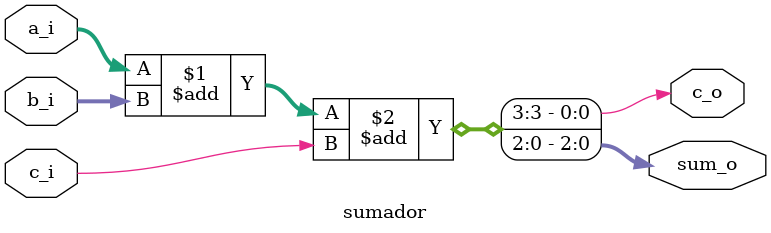
<source format=sv>
module sumador (
    input logic [2:0]   a_i,
    input logic [2:0]   b_i,
    input logic         c_i,

    output logic [2:0]  sum_o,
    output logic        c_o
);

assign {c_o,sum_o} = a_i+b_i+c_i;

endmodule
</source>
